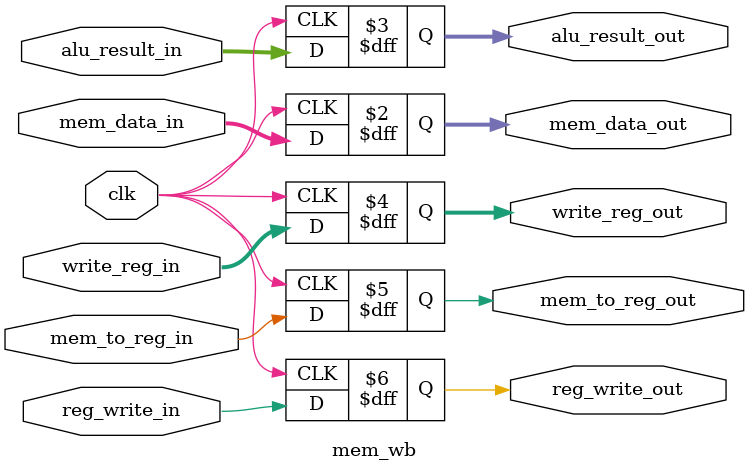
<source format=v>
module mem_wb (
    input clk,
    input [31:0] mem_data_in,
    input [31:0] alu_result_in,
    input [4:0] write_reg_in,
    input mem_to_reg_in,
    input reg_write_in,

    output reg [31:0] mem_data_out,
    output reg [31:0] alu_result_out,
    output reg [4:0] write_reg_out,
    output reg mem_to_reg_out,
    output reg reg_write_out
);

    always @(posedge clk) begin
        mem_data_out    <= mem_data_in;
        alu_result_out  <= alu_result_in;
        write_reg_out   <= write_reg_in;
        mem_to_reg_out  <= mem_to_reg_in;
        reg_write_out   <= reg_write_in;
    end

endmodule

</source>
